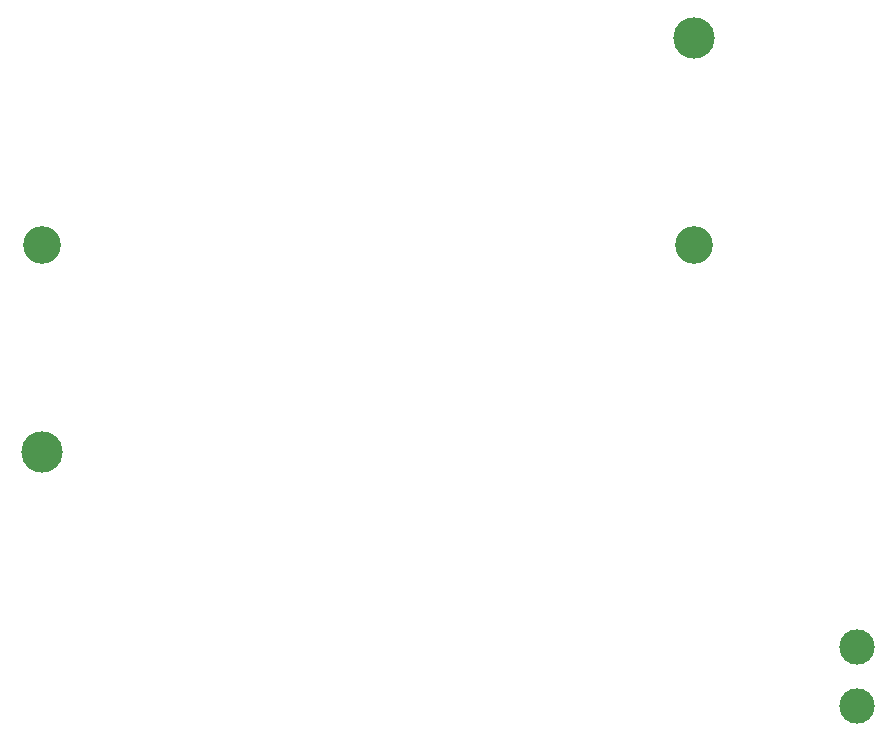
<source format=gbs>
G04 #@! TF.GenerationSoftware,KiCad,Pcbnew,(5.1.10)-1*
G04 #@! TF.CreationDate,2021-12-10T13:20:38-08:00*
G04 #@! TF.ProjectId,BQ298xyz,42513239-3878-4797-9a2e-6b696361645f,rev?*
G04 #@! TF.SameCoordinates,Original*
G04 #@! TF.FileFunction,Soldermask,Bot*
G04 #@! TF.FilePolarity,Negative*
%FSLAX46Y46*%
G04 Gerber Fmt 4.6, Leading zero omitted, Abs format (unit mm)*
G04 Created by KiCad (PCBNEW (5.1.10)-1) date 2021-12-10 13:20:38*
%MOMM*%
%LPD*%
G01*
G04 APERTURE LIST*
%ADD10C,3.000000*%
%ADD11C,3.500000*%
%ADD12C,3.200000*%
G04 APERTURE END LIST*
D10*
X190900000Y-121000000D03*
X190900000Y-126000000D03*
D11*
X177074999Y-69484999D03*
D12*
X177074999Y-86984999D03*
D11*
X121874999Y-104484999D03*
D12*
X121874999Y-86984999D03*
M02*

</source>
